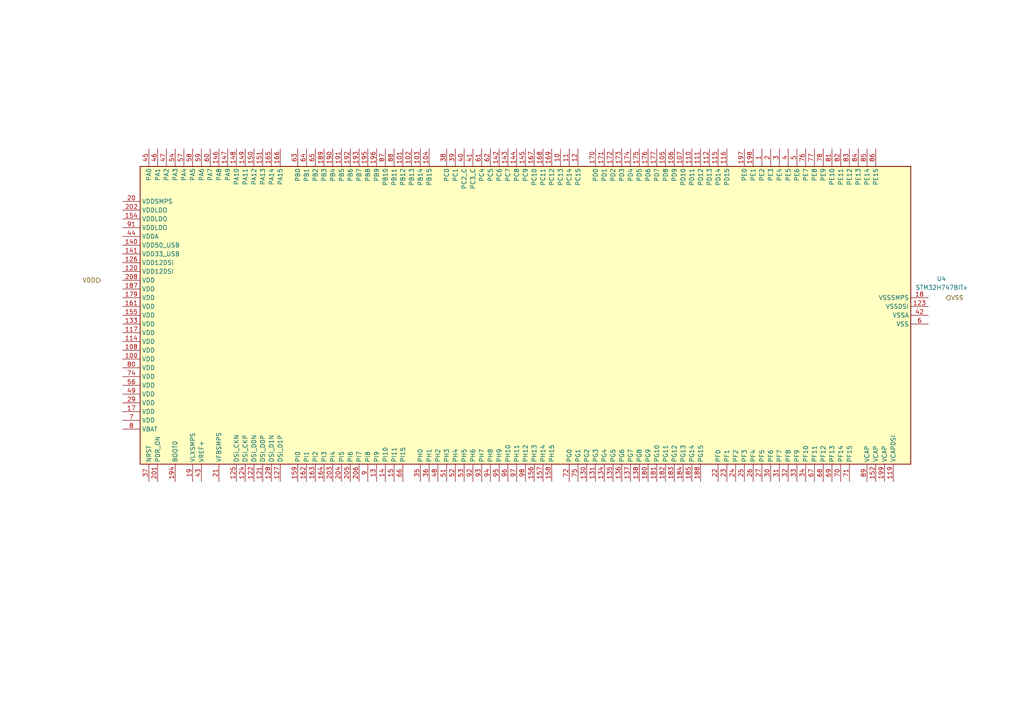
<source format=kicad_sch>
(kicad_sch (version 20230121) (generator eeschema)
  (paper "A4")
  (lib_symbols
    (symbol "MCU_ST_STM32H7:STM32H747BITx"
      (property "Reference" "U" (at -43.18 113.03 0))
      (property "Value" "STM32H747BITx" (at 35.56 113.03 0))
      (symbol "STM32H747BITx_0_1"
        (rectangle (start -43.18 -111.76) (end 43.18 111.76) (stroke (width 0.254)) (fill (type background)))
      )
      (symbol "STM32H747BITx_1_1"
        (pin bidirectional line (at 48.26 -68.58 180) (length 5.08) (name "PE2") (number "1"))
        (pin bidirectional line (at 48.26 -10.16 180) (length 5.08) (name "PC13") (number "10"))
        (pin power_in line (at -12.7 116.84 270) (length 5.08) (name "VDD") (number "100"))
        (pin bidirectional line (at 48.26 35.56 180) (length 5.08) (name "PB12") (number "101"))
        (pin bidirectional line (at 48.26 33.02 180) (length 5.08) (name "PB13") (number "102"))
        (pin bidirectional line (at 48.26 30.48 180) (length 5.08) (name "PB14") (number "103"))
        (pin bidirectional line (at 48.26 27.94 180) (length 5.08) (name "PB15") (number "104"))
        (pin bidirectional line (at 48.26 -40.64 180) (length 5.08) (name "PD8") (number "105"))
        (pin bidirectional line (at 48.26 -43.18 180) (length 5.08) (name "PD9") (number "106"))
        (pin bidirectional line (at 48.26 -45.72 180) (length 5.08) (name "PD10") (number "107"))
        (pin power_in line (at -10.16 116.84 270) (length 5.08) (name "VDD") (number "108"))
        (pin passive line (at -2.54 -116.84 90) (length 5.08) hide (name "VSS") (number "109"))
        (pin bidirectional line (at 48.26 -12.7 180) (length 5.08) (name "PC14") (number "11"))
        (pin bidirectional line (at 48.26 -48.26 180) (length 5.08) (name "PD11") (number "110"))
        (pin bidirectional line (at 48.26 -50.8 180) (length 5.08) (name "PD12") (number "111"))
        (pin bidirectional line (at 48.26 -53.34 180) (length 5.08) (name "PD13") (number "112"))
        (pin passive line (at -2.54 -116.84 90) (length 5.08) hide (name "VSS") (number "113"))
        (pin power_in line (at -7.62 116.84 270) (length 5.08) (name "VDD") (number "114"))
        (pin bidirectional line (at 48.26 -55.88 180) (length 5.08) (name "PD14") (number "115"))
        (pin bidirectional line (at 48.26 -58.42 180) (length 5.08) (name "PD15") (number "116"))
        (pin power_in line (at -5.08 116.84 270) (length 5.08) (name "VDD") (number "117"))
        (pin passive line (at -2.54 -116.84 90) (length 5.08) hide (name "VSS") (number "118"))
        (pin power_out line (at -48.26 -106.68 0) (length 5.08) (name "VCAPDSI") (number "119"))
        (pin bidirectional line (at 48.26 -15.24 180) (length 5.08) (name "PC15") (number "12"))
        (pin power_in line (at 12.7 116.84 270) (length 5.08) (name "VDD12DSI") (number "120"))
        (pin bidirectional line (at -48.26 76.2 0) (length 5.08) (name "DSI_D0P") (number "121"))
        (pin bidirectional line (at -48.26 78.74 0) (length 5.08) (name "DSI_D0N") (number "122"))
        (pin power_in line (at 2.54 -116.84 90) (length 5.08) (name "VSSDSI") (number "123"))
        (pin bidirectional line (at -48.26 81.28 0) (length 5.08) (name "DSI_CKP") (number "124"))
        (pin bidirectional line (at -48.26 83.82 0) (length 5.08) (name "DSI_CKN") (number "125"))
        (pin power_in line (at 15.24 116.84 270) (length 5.08) (name "VDD12DSI") (number "126"))
        (pin bidirectional line (at -48.26 71.12 0) (length 5.08) (name "DSI_D1P") (number "127"))
        (pin bidirectional line (at -48.26 73.66 0) (length 5.08) (name "DSI_D1N") (number "128"))
        (pin passive line (at 2.54 -116.84 90) (length 5.08) hide (name "VSSDSI") (number "129"))
        (pin bidirectional line (at -48.26 43.18 0) (length 5.08) (name "PI9") (number "13"))
        (pin bidirectional line (at -48.26 -17.78 0) (length 5.08) (name "PG2") (number "130"))
        (pin bidirectional line (at -48.26 -20.32 0) (length 5.08) (name "PG3") (number "131"))
        (pin passive line (at -2.54 -116.84 90) (length 5.08) hide (name "VSS") (number "132"))
        (pin power_in line (at -2.54 116.84 270) (length 5.08) (name "VDD") (number "133"))
        (pin bidirectional line (at -48.26 -22.86 0) (length 5.08) (name "PG4") (number "134"))
        (pin bidirectional line (at -48.26 -25.4 0) (length 5.08) (name "PG5") (number "135"))
        (pin bidirectional line (at -48.26 -27.94 0) (length 5.08) (name "PG6") (number "136"))
        (pin bidirectional line (at -48.26 -30.48 0) (length 5.08) (name "PG7") (number "137"))
        (pin bidirectional line (at -48.26 -33.02 0) (length 5.08) (name "PG8") (number "138"))
        (pin passive line (at -2.54 -116.84 90) (length 5.08) hide (name "VSS") (number "139"))
        (pin bidirectional line (at -48.26 40.64 0) (length 5.08) (name "PI10") (number "14"))
        (pin power_in line (at 20.32 116.84 270) (length 5.08) (name "VDD50_USB") (number "140"))
        (pin power_in line (at 17.78 116.84 270) (length 5.08) (name "VDD33_USB") (number "141"))
        (pin bidirectional line (at 48.26 7.62 180) (length 5.08) (name "PC6") (number "142"))
        (pin bidirectional line (at 48.26 5.08 180) (length 5.08) (name "PC7") (number "143"))
        (pin bidirectional line (at 48.26 2.54 180) (length 5.08) (name "PC8") (number "144"))
        (pin bidirectional line (at 48.26 0 180) (length 5.08) (name "PC9") (number "145"))
        (pin bidirectional line (at 48.26 88.9 180) (length 5.08) (name "PA8") (number "146"))
        (pin bidirectional line (at 48.26 86.36 180) (length 5.08) (name "PA9") (number "147"))
        (pin bidirectional line (at 48.26 83.82 180) (length 5.08) (name "PA10") (number "148"))
        (pin bidirectional line (at 48.26 81.28 180) (length 5.08) (name "PA11") (number "149"))
        (pin bidirectional line (at -48.26 38.1 0) (length 5.08) (name "PI11") (number "15"))
        (pin bidirectional line (at 48.26 78.74 180) (length 5.08) (name "PA12") (number "150"))
        (pin bidirectional line (at 48.26 76.2 180) (length 5.08) (name "PA13") (number "151"))
        (pin power_out line (at -48.26 -101.6 0) (length 5.08) (name "VCAP") (number "152"))
        (pin passive line (at -2.54 -116.84 90) (length 5.08) hide (name "VSS") (number "153"))
        (pin power_in line (at 27.94 116.84 270) (length 5.08) (name "VDDLDO") (number "154"))
        (pin power_in line (at 0 116.84 270) (length 5.08) (name "VDD") (number "155"))
        (pin bidirectional line (at -48.26 -2.54 0) (length 5.08) (name "PH13") (number "156"))
        (pin bidirectional line (at -48.26 -5.08 0) (length 5.08) (name "PH14") (number "157"))
        (pin bidirectional line (at -48.26 -7.62 0) (length 5.08) (name "PH15") (number "158"))
        (pin bidirectional line (at -48.26 66.04 0) (length 5.08) (name "PI0") (number "159"))
        (pin passive line (at -2.54 -116.84 90) (length 5.08) hide (name "VSS") (number "16"))
        (pin passive line (at -2.54 -116.84 90) (length 5.08) hide (name "VSS") (number "160"))
        (pin power_in line (at 2.54 116.84 270) (length 5.08) (name "VDD") (number "161"))
        (pin bidirectional line (at -48.26 63.5 0) (length 5.08) (name "PI1") (number "162"))
        (pin bidirectional line (at -48.26 60.96 0) (length 5.08) (name "PI2") (number "163"))
        (pin bidirectional line (at -48.26 58.42 0) (length 5.08) (name "PI3") (number "164"))
        (pin bidirectional line (at 48.26 73.66 180) (length 5.08) (name "PA14") (number "165"))
        (pin bidirectional line (at 48.26 71.12 180) (length 5.08) (name "PA15") (number "166"))
        (pin bidirectional line (at 48.26 -2.54 180) (length 5.08) (name "PC10") (number "167"))
        (pin bidirectional line (at 48.26 -5.08 180) (length 5.08) (name "PC11") (number "168"))
        (pin bidirectional line (at 48.26 -7.62 180) (length 5.08) (name "PC12") (number "169"))
        (pin power_in line (at -27.94 116.84 270) (length 5.08) (name "VDD") (number "17"))
        (pin bidirectional line (at 48.26 -20.32 180) (length 5.08) (name "PD0") (number "170"))
        (pin bidirectional line (at 48.26 -22.86 180) (length 5.08) (name "PD1") (number "171"))
        (pin bidirectional line (at 48.26 -25.4 180) (length 5.08) (name "PD2") (number "172"))
        (pin bidirectional line (at 48.26 -27.94 180) (length 5.08) (name "PD3") (number "173"))
        (pin bidirectional line (at 48.26 -30.48 180) (length 5.08) (name "PD4") (number "174"))
        (pin bidirectional line (at 48.26 -33.02 180) (length 5.08) (name "PD5") (number "175"))
        (pin bidirectional line (at 48.26 -35.56 180) (length 5.08) (name "PD6") (number "176"))
        (pin bidirectional line (at 48.26 -38.1 180) (length 5.08) (name "PD7") (number "177"))
        (pin passive line (at -2.54 -116.84 90) (length 5.08) hide (name "VSS") (number "178"))
        (pin power_in line (at 5.08 116.84 270) (length 5.08) (name "VDD") (number "179"))
        (pin power_in line (at 5.08 -116.84 90) (length 5.08) (name "VSSSMPS") (number "18"))
        (pin bidirectional line (at -48.26 -35.56 0) (length 5.08) (name "PG9") (number "180"))
        (pin bidirectional line (at -48.26 -38.1 0) (length 5.08) (name "PG10") (number "181"))
        (pin bidirectional line (at -48.26 -40.64 0) (length 5.08) (name "PG11") (number "182"))
        (pin bidirectional line (at -48.26 -43.18 0) (length 5.08) (name "PG12") (number "183"))
        (pin bidirectional line (at -48.26 -45.72 0) (length 5.08) (name "PG13") (number "184"))
        (pin bidirectional line (at -48.26 -48.26 0) (length 5.08) (name "PG14") (number "185"))
        (pin passive line (at -2.54 -116.84 90) (length 5.08) hide (name "VSS") (number "186"))
        (pin power_in line (at 7.62 116.84 270) (length 5.08) (name "VDD") (number "187"))
        (pin bidirectional line (at -48.26 -50.8 0) (length 5.08) (name "PG15") (number "188"))
        (pin bidirectional line (at 48.26 58.42 180) (length 5.08) (name "PB3") (number "189"))
        (pin power_in line (at -48.26 96.52 0) (length 5.08) (name "VLXSMPS") (number "19"))
        (pin bidirectional line (at 48.26 55.88 180) (length 5.08) (name "PB4") (number "190"))
        (pin bidirectional line (at 48.26 53.34 180) (length 5.08) (name "PB5") (number "191"))
        (pin bidirectional line (at 48.26 50.8 180) (length 5.08) (name "PB6") (number "192"))
        (pin bidirectional line (at 48.26 48.26 180) (length 5.08) (name "PB7") (number "193"))
        (pin input line (at -48.26 101.6 0) (length 5.08) (name "BOOT0") (number "194"))
        (pin bidirectional line (at 48.26 45.72 180) (length 5.08) (name "PB8") (number "195"))
        (pin bidirectional line (at 48.26 43.18 180) (length 5.08) (name "PB9") (number "196"))
        (pin bidirectional line (at 48.26 -63.5 180) (length 5.08) (name "PE0") (number "197"))
        (pin bidirectional line (at 48.26 -66.04 180) (length 5.08) (name "PE1") (number "198"))
        (pin power_out line (at -48.26 -104.14 0) (length 5.08) (name "VCAP") (number "199"))
        (pin bidirectional line (at 48.26 -71.12 180) (length 5.08) (name "PE3") (number "2"))
        (pin power_in line (at 33.02 116.84 270) (length 5.08) (name "VDDSMPS") (number "20"))
        (pin passive line (at -2.54 -116.84 90) (length 5.08) hide (name "VSS") (number "200"))
        (pin input line (at -48.26 106.68 0) (length 5.08) (name "PDR_ON") (number "201"))
        (pin power_in line (at 30.48 116.84 270) (length 5.08) (name "VDDLDO") (number "202"))
        (pin bidirectional line (at -48.26 55.88 0) (length 5.08) (name "PI4") (number "203"))
        (pin bidirectional line (at -48.26 53.34 0) (length 5.08) (name "PI5") (number "204"))
        (pin bidirectional line (at -48.26 50.8 0) (length 5.08) (name "PI6") (number "205"))
        (pin bidirectional line (at -48.26 48.26 0) (length 5.08) (name "PI7") (number "206"))
        (pin passive line (at -2.54 -116.84 90) (length 5.08) hide (name "VSS") (number "207"))
        (pin power_in line (at 10.16 116.84 270) (length 5.08) (name "VDD") (number "208"))
        (pin input line (at -48.26 88.9 0) (length 5.08) (name "VFBSMPS") (number "21"))
        (pin bidirectional line (at -48.26 -55.88 0) (length 5.08) (name "PF0") (number "22"))
        (pin bidirectional line (at -48.26 -58.42 0) (length 5.08) (name "PF1") (number "23"))
        (pin bidirectional line (at -48.26 -60.96 0) (length 5.08) (name "PF2") (number "24"))
        (pin bidirectional line (at -48.26 -63.5 0) (length 5.08) (name "PF3") (number "25"))
        (pin bidirectional line (at -48.26 -66.04 0) (length 5.08) (name "PF4") (number "26"))
        (pin bidirectional line (at -48.26 -68.58 0) (length 5.08) (name "PF5") (number "27"))
        (pin passive line (at -2.54 -116.84 90) (length 5.08) hide (name "VSS") (number "28"))
        (pin power_in line (at -25.4 116.84 270) (length 5.08) (name "VDD") (number "29"))
        (pin bidirectional line (at 48.26 -73.66 180) (length 5.08) (name "PE4") (number "3"))
        (pin bidirectional line (at -48.26 -71.12 0) (length 5.08) (name "PF6") (number "30"))
        (pin bidirectional line (at -48.26 -73.66 0) (length 5.08) (name "PF7") (number "31"))
        (pin bidirectional line (at -48.26 -76.2 0) (length 5.08) (name "PF8") (number "32"))
        (pin bidirectional line (at -48.26 -78.74 0) (length 5.08) (name "PF9") (number "33"))
        (pin bidirectional line (at -48.26 -81.28 0) (length 5.08) (name "PF10") (number "34"))
        (pin bidirectional line (at -48.26 30.48 0) (length 5.08) (name "PH0") (number "35"))
        (pin bidirectional line (at -48.26 27.94 0) (length 5.08) (name "PH1") (number "36"))
        (pin input line (at -48.26 109.22 0) (length 5.08) (name "NRST") (number "37"))
        (pin bidirectional line (at 48.26 22.86 180) (length 5.08) (name "PC0") (number "38"))
        (pin bidirectional line (at 48.26 20.32 180) (length 5.08) (name "PC1") (number "39"))
        (pin bidirectional line (at 48.26 -76.2 180) (length 5.08) (name "PE5") (number "4"))
        (pin bidirectional line (at 48.26 17.78 180) (length 5.08) (name "PC2_C") (number "40"))
        (pin bidirectional line (at 48.26 15.24 180) (length 5.08) (name "PC3_C") (number "41"))
        (pin power_in line (at 0 -116.84 90) (length 5.08) (name "VSSA") (number "42"))
        (pin input line (at -48.26 93.98 0) (length 5.08) (name "VREF+") (number "43"))
        (pin power_in line (at 22.86 116.84 270) (length 5.08) (name "VDDA") (number "44"))
        (pin bidirectional line (at 48.26 109.22 180) (length 5.08) (name "PA0") (number "45"))
        (pin bidirectional line (at 48.26 106.68 180) (length 5.08) (name "PA1") (number "46"))
        (pin bidirectional line (at 48.26 104.14 180) (length 5.08) (name "PA2") (number "47"))
        (pin bidirectional line (at -48.26 25.4 0) (length 5.08) (name "PH2") (number "48"))
        (pin power_in line (at -22.86 116.84 270) (length 5.08) (name "VDD") (number "49"))
        (pin bidirectional line (at 48.26 -78.74 180) (length 5.08) (name "PE6") (number "5"))
        (pin passive line (at -2.54 -116.84 90) (length 5.08) hide (name "VSS") (number "50"))
        (pin bidirectional line (at -48.26 22.86 0) (length 5.08) (name "PH3") (number "51"))
        (pin bidirectional line (at -48.26 20.32 0) (length 5.08) (name "PH4") (number "52"))
        (pin bidirectional line (at -48.26 17.78 0) (length 5.08) (name "PH5") (number "53"))
        (pin bidirectional line (at 48.26 101.6 180) (length 5.08) (name "PA3") (number "54"))
        (pin passive line (at -2.54 -116.84 90) (length 5.08) hide (name "VSS") (number "55"))
        (pin power_in line (at -20.32 116.84 270) (length 5.08) (name "VDD") (number "56"))
        (pin bidirectional line (at 48.26 99.06 180) (length 5.08) (name "PA4") (number "57"))
        (pin bidirectional line (at 48.26 96.52 180) (length 5.08) (name "PA5") (number "58"))
        (pin bidirectional line (at 48.26 93.98 180) (length 5.08) (name "PA6") (number "59"))
        (pin power_in line (at -2.54 -116.84 90) (length 5.08) (name "VSS") (number "6"))
        (pin bidirectional line (at 48.26 91.44 180) (length 5.08) (name "PA7") (number "60"))
        (pin bidirectional line (at 48.26 12.7 180) (length 5.08) (name "PC4") (number "61"))
        (pin bidirectional line (at 48.26 10.16 180) (length 5.08) (name "PC5") (number "62"))
        (pin bidirectional line (at 48.26 66.04 180) (length 5.08) (name "PB0") (number "63"))
        (pin bidirectional line (at 48.26 63.5 180) (length 5.08) (name "PB1") (number "64"))
        (pin bidirectional line (at 48.26 60.96 180) (length 5.08) (name "PB2") (number "65"))
        (pin bidirectional line (at -48.26 35.56 0) (length 5.08) (name "PI15") (number "66"))
        (pin bidirectional line (at -48.26 -83.82 0) (length 5.08) (name "PF11") (number "67"))
        (pin bidirectional line (at -48.26 -86.36 0) (length 5.08) (name "PF12") (number "68"))
        (pin bidirectional line (at -48.26 -88.9 0) (length 5.08) (name "PF13") (number "69"))
        (pin power_in line (at -30.48 116.84 270) (length 5.08) (name "VDD") (number "7"))
        (pin bidirectional line (at -48.26 -91.44 0) (length 5.08) (name "PF14") (number "70"))
        (pin bidirectional line (at -48.26 -93.98 0) (length 5.08) (name "PF15") (number "71"))
        (pin bidirectional line (at -48.26 -12.7 0) (length 5.08) (name "PG0") (number "72"))
        (pin passive line (at -2.54 -116.84 90) (length 5.08) hide (name "VSS") (number "73"))
        (pin power_in line (at -17.78 116.84 270) (length 5.08) (name "VDD") (number "74"))
        (pin bidirectional line (at -48.26 -15.24 0) (length 5.08) (name "PG1") (number "75"))
        (pin bidirectional line (at 48.26 -81.28 180) (length 5.08) (name "PE7") (number "76"))
        (pin bidirectional line (at 48.26 -83.82 180) (length 5.08) (name "PE8") (number "77"))
        (pin bidirectional line (at 48.26 -86.36 180) (length 5.08) (name "PE9") (number "78"))
        (pin passive line (at -2.54 -116.84 90) (length 5.08) hide (name "VSS") (number "79"))
        (pin power_in line (at -33.02 116.84 270) (length 5.08) (name "VBAT") (number "8"))
        (pin power_in line (at -15.24 116.84 270) (length 5.08) (name "VDD") (number "80"))
        (pin bidirectional line (at 48.26 -88.9 180) (length 5.08) (name "PE10") (number "81"))
        (pin bidirectional line (at 48.26 -91.44 180) (length 5.08) (name "PE11") (number "82"))
        (pin bidirectional line (at 48.26 -93.98 180) (length 5.08) (name "PE12") (number "83"))
        (pin bidirectional line (at 48.26 -96.52 180) (length 5.08) (name "PE13") (number "84"))
        (pin bidirectional line (at 48.26 -99.06 180) (length 5.08) (name "PE14") (number "85"))
        (pin bidirectional line (at 48.26 -101.6 180) (length 5.08) (name "PE15") (number "86"))
        (pin bidirectional line (at 48.26 40.64 180) (length 5.08) (name "PB10") (number "87"))
        (pin bidirectional line (at 48.26 38.1 180) (length 5.08) (name "PB11") (number "88"))
        (pin power_out line (at -48.26 -99.06 0) (length 5.08) (name "VCAP") (number "89"))
        (pin bidirectional line (at -48.26 45.72 0) (length 5.08) (name "PI8") (number "9"))
        (pin passive line (at -2.54 -116.84 90) (length 5.08) hide (name "VSS") (number "90"))
        (pin power_in line (at 25.4 116.84 270) (length 5.08) (name "VDDLDO") (number "91"))
        (pin bidirectional line (at -48.26 15.24 0) (length 5.08) (name "PH6") (number "92"))
        (pin bidirectional line (at -48.26 12.7 0) (length 5.08) (name "PH7") (number "93"))
        (pin bidirectional line (at -48.26 10.16 0) (length 5.08) (name "PH8") (number "94"))
        (pin bidirectional line (at -48.26 7.62 0) (length 5.08) (name "PH9") (number "95"))
        (pin bidirectional line (at -48.26 5.08 0) (length 5.08) (name "PH10") (number "96"))
        (pin bidirectional line (at -48.26 2.54 0) (length 5.08) (name "PH11") (number "97"))
        (pin bidirectional line (at -48.26 0 0) (length 5.08) (name "PH12") (number "98"))
        (pin passive line (at -2.54 -116.84 90) (length 5.08) hide (name "VSS") (number "99"))
      )
    )
  )
  (hierarchical_label "VDD" (shape input) (at 29.21 81.28 180))
  (hierarchical_label "VSS" (shape input) (at 274.32 86.36 0))
  (symbol (lib_id "MCU_ST_STM32H7:STM32H747BITx") (at 152.4 91.44 90) (unit 1)
    (property "Reference" "U4" (at 273.05 80.8639 90))
    (property "Value" "STM32H747BITx" (at 273.05 83.4039 90))
    (property "Footprint" "Package_QFP:LQFP-208_28x28mm_P0.5mm" (effects hide))
    (property "Datasheet" "https://www.st.com/resource/en/datasheet/stm32h747bi.pdf" (effects hide))
  )
)
</source>
